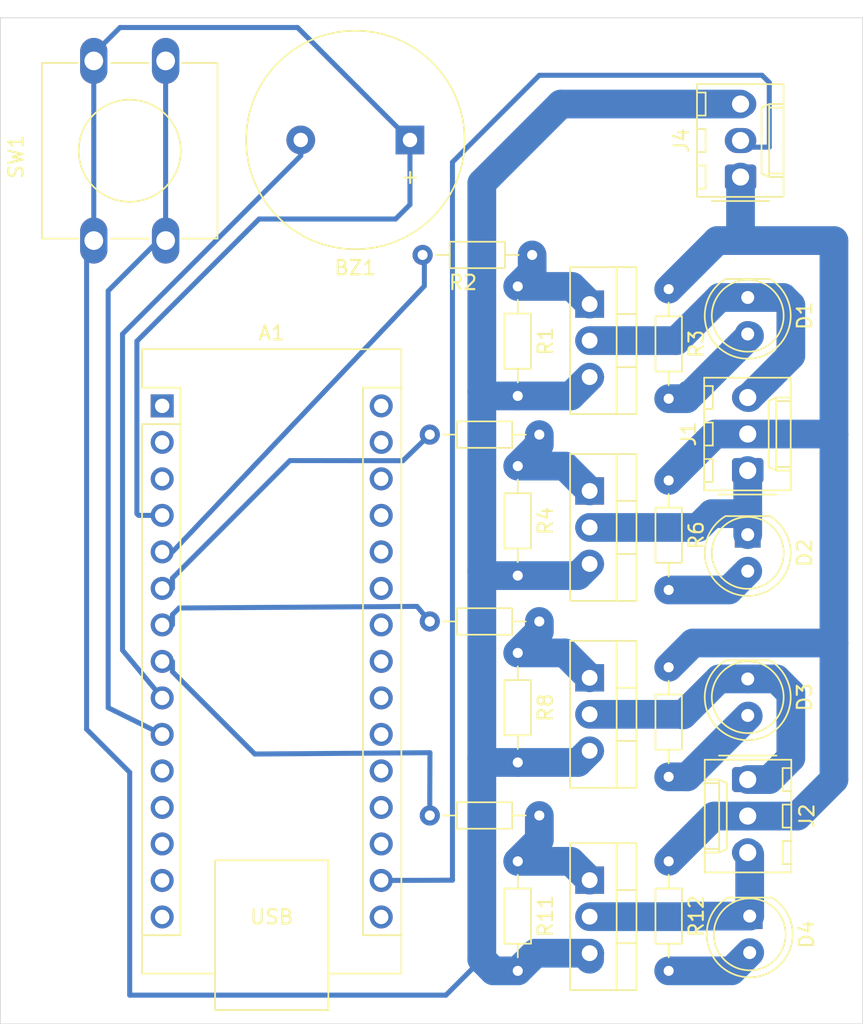
<source format=kicad_pcb>
(kicad_pcb (version 20241229) (generator "pcbnew") (generator_version "9.0")
  (layers (0 "F.Cu" signal) (2 "B.Cu" signal) (13 "F.Paste" user) (15 "B.Paste" user) (5 "F.SilkS" user "F.Silkscreen") (7 "B.SilkS" user "B.Silkscreen") (1 "F.Mask" user) (3 "B.Mask" user) (25 "Edge.Cuts" user))
  (net 0 "")
  (net 4 "Net-(A1-D7)")
  (net 7 "Net-(A1-D3)")
  (net 10 "/GND")
  (net 13 "/+3.3V")
  (net 16 "Net-(A1-D4)")
  (net 22 "Net-(A1-D2)")
  (net 27 "Net-(A1-D6)")
  (net 28 "Net-(A1-D5)")
  (net 30 "Net-(D1-K)")
  (net 31 "Net-(D1-A)")
  (net 32 "Net-(D2-A)")
  (net 33 "Net-(D2-K)")
  (net 34 "Net-(D3-A)")
  (net 35 "Net-(D3-K)")
  (net 36 "Net-(D4-K)")
  (net 37 "Net-(D4-A)")
  (net 38 "/+48V")
  (net 39 "Net-(Q1-G)")
  (net 40 "Net-(Q2-G)")
  (net 41 "Net-(Q3-G)")
  (net 42 "Net-(Q4-G)")
  (footprint "Package_TO_SOT_THT:TO-220-3_Vertical" (layer "F.Cu") (at 155.5 128.42 -90)
    (property "Reference" "Q3" (hide yes))
    (property "Value" "IRLZ34N")
    (fp_line (start -2.57 1.36) (end -2.57 -3.26) (stroke (width 0.12)) (layer "F.SilkS"))
    (fp_line (start 7.65 1.36) (end -2.57 1.36) (stroke (width 0.12)) (layer "F.SilkS"))
    (fp_line (start -2.57 -1.88) (end 7.65 -1.88) (stroke (width 0.12)) (layer "F.SilkS"))
    (fp_line (start -2.57 -3.26) (end 7.65 -3.26) (stroke (width 0.12)) (layer "F.SilkS"))
    (fp_line (start 0.69 -3.26) (end 0.69 -1.88) (stroke (width 0.12)) (layer "F.SilkS"))
    (fp_line (start 4.39 -3.26) (end 4.39 -1.88) (stroke (width 0.12)) (layer "F.SilkS"))
    (fp_line (start 7.65 -3.26) (end 7.65 1.36) (stroke (width 0.12)) (layer "F.SilkS"))
    (pad "1" thru_hole rect (at 0 0 270) (size 1.905 2) (drill 1.1) (layers "*.Cu" "*.Mask") (net 41 "Net-(Q3-G)"))
    (pad "2" thru_hole oval (at 2.54 0 270) (size 1.905 2) (drill 1.1) (layers "*.Cu" "*.Mask") (net 35 "Net-(D3-K)"))
    (pad "3" thru_hole oval (at 5.08 0 270) (size 1.905 2) (drill 1.1) (layers "*.Cu" "*.Mask") (net 10 "/GND"))
  )
  (footprint "Resistor_THT:R_Axial_DIN0204_L3.6mm_D1.6mm_P7.62mm_Horizontal" (layer "F.Cu") (at 150.5 101.19 -90)
    (property "Reference" "R1" (at 3.81 -1.92 90) (layer "F.SilkS"))
    (property "Value" "10K")
    (fp_line (start 0.94 0) (end 1.89 0) (stroke (width 0.12)) (layer "F.SilkS"))
    (fp_line (start 6.68 0) (end 5.73 0) (stroke (width 0.12)) (layer "F.SilkS"))
    (fp_rect (start 1.89 -0.92) (end 5.73 0.92) (stroke (width 0.12)) (fill no) (layer "F.SilkS"))
    (pad "1" thru_hole circle (at 0 0 270) (size 1.4 1.4) (drill 0.7) (layers "*.Cu" "*.Mask") (net 39 "Net-(Q1-G)"))
    (pad "2" thru_hole circle (at 7.62 0 270) (size 1.4 1.4) (drill 0.7) (layers "*.Cu" "*.Mask") (net 10 "/GND"))
  )
  (footprint "Module:Arduino_Nano" (layer "F.Cu") (at 125.76 109.5)
    (property "Reference" "A1" (at 7.62 -5.08 0) (layer "F.SilkS"))
    (property "Value" "Arduino_Nano_v3.x")
    (fp_line (start -1.4 -3.94) (end -1.4 -1.27) (stroke (width 0.12)) (layer "F.SilkS"))
    (fp_line (start -1.4 1.27) (end -1.4 39.5) (stroke (width 0.12)) (layer "F.SilkS"))
    (fp_line (start -1.4 39.5) (end 3.68 39.5) (stroke (width 0.12)) (layer "F.SilkS"))
    (fp_line (start 1.27 -1.27) (end -1.4 -1.27) (stroke (width 0.12)) (layer "F.SilkS"))
    (fp_line (start 1.27 1.27) (end -1.4 1.27) (stroke (width 0.12)) (layer "F.SilkS"))
    (fp_line (start 1.27 1.27) (end 1.27 -1.27) (stroke (width 0.12)) (layer "F.SilkS"))
    (fp_line (start 1.27 1.27) (end 1.27 36.83) (stroke (width 0.12)) (layer "F.SilkS"))
    (fp_line (start 1.27 36.83) (end -1.4 36.83) (stroke (width 0.12)) (layer "F.SilkS"))
    (fp_line (start 3.68 31.62) (end 11.56 31.62) (stroke (width 0.12)) (layer "F.SilkS"))
    (fp_line (start 3.68 42.04) (end 3.68 31.62) (stroke (width 0.12)) (layer "F.SilkS"))
    (fp_line (start 11.56 31.62) (end 11.56 42.04) (stroke (width 0.12)) (layer "F.SilkS"))
    (fp_line (start 11.56 42.04) (end 3.68 42.04) (stroke (width 0.12)) (layer "F.SilkS"))
    (fp_line (start 13.97 -1.27) (end 13.97 36.83) (stroke (width 0.12)) (layer "F.SilkS"))
    (fp_line (start 13.97 -1.27) (end 16.64 -1.27) (stroke (width 0.12)) (layer "F.SilkS"))
    (fp_line (start 13.97 36.83) (end 16.64 36.83) (stroke (width 0.12)) (layer "F.SilkS"))
    (fp_line (start 16.64 -3.94) (end -1.4 -3.94) (stroke (width 0.12)) (layer "F.SilkS"))
    (fp_line (start 16.64 39.5) (end 11.56 39.5) (stroke (width 0.12)) (layer "F.SilkS"))
    (fp_line (start 16.64 39.5) (end 16.64 -3.94) (stroke (width 0.12)) (layer "F.SilkS"))
    (fp_text user "USB" (at 7.62 35.56 0) (layer "F.SilkS"))
    (pad "1" thru_hole rect (at 0 0) (size 1.6 1.6) (drill 1) (layers "*.Cu" "*.Mask"))
    (pad "2" thru_hole oval (at 0 2.54) (size 1.6 1.6) (drill 1) (layers "*.Cu" "*.Mask"))
    (pad "3" thru_hole oval (at 0 5.08) (size 1.6 1.6) (drill 1) (layers "*.Cu" "*.Mask"))
    (pad "4" thru_hole oval (at 0 7.62) (size 1.6 1.6) (drill 1) (layers "*.Cu" "*.Mask") (net 10 "/GND"))
    (pad "5" thru_hole oval (at 0 10.16) (size 1.6 1.6) (drill 1) (layers "*.Cu" "*.Mask") (net 22 "Net-(A1-D2)"))
    (pad "6" thru_hole oval (at 0 12.7) (size 1.6 1.6) (drill 1) (layers "*.Cu" "*.Mask") (net 7 "Net-(A1-D3)"))
    (pad "7" thru_hole oval (at 0 15.24) (size 1.6 1.6) (drill 1) (layers "*.Cu" "*.Mask") (net 16 "Net-(A1-D4)"))
    (pad "8" thru_hole oval (at 0 17.78) (size 1.6 1.6) (drill 1) (layers "*.Cu" "*.Mask") (net 28 "Net-(A1-D5)"))
    (pad "9" thru_hole oval (at 0 20.32) (size 1.6 1.6) (drill 1) (layers "*.Cu" "*.Mask") (net 27 "Net-(A1-D6)"))
    (pad "10" thru_hole oval (at 0 22.86) (size 1.6 1.6) (drill 1) (layers "*.Cu" "*.Mask") (net 4 "Net-(A1-D7)"))
    (pad "11" thru_hole oval (at 0 25.4) (size 1.6 1.6) (drill 1) (layers "*.Cu" "*.Mask"))
    (pad "12" thru_hole oval (at 0 27.94) (size 1.6 1.6) (drill 1) (layers "*.Cu" "*.Mask"))
    (pad "13" thru_hole oval (at 0 30.48) (size 1.6 1.6) (drill 1) (layers "*.Cu" "*.Mask"))
    (pad "14" thru_hole oval (at 0 33.02) (size 1.6 1.6) (drill 1) (layers "*.Cu" "*.Mask"))
    (pad "15" thru_hole oval (at 0 35.56) (size 1.6 1.6) (drill 1) (layers "*.Cu" "*.Mask"))
    (pad "16" thru_hole oval (at 15.24 35.56) (size 1.6 1.6) (drill 1) (layers "*.Cu" "*.Mask"))
    (pad "17" thru_hole oval (at 15.24 33.02) (size 1.6 1.6) (drill 1) (layers "*.Cu" "*.Mask") (net 13 "/+3.3V"))
    (pad "18" thru_hole oval (at 15.24 30.48) (size 1.6 1.6) (drill 1) (layers "*.Cu" "*.Mask"))
    (pad "19" thru_hole oval (at 15.24 27.94) (size 1.6 1.6) (drill 1) (layers "*.Cu" "*.Mask"))
    (pad "20" thru_hole oval (at 15.24 25.4) (size 1.6 1.6) (drill 1) (layers "*.Cu" "*.Mask"))
    (pad "21" thru_hole oval (at 15.24 22.86) (size 1.6 1.6) (drill 1) (layers "*.Cu" "*.Mask"))
    (pad "22" thru_hole oval (at 15.24 20.32) (size 1.6 1.6) (drill 1) (layers "*.Cu" "*.Mask"))
    (pad "23" thru_hole oval (at 15.24 17.78) (size 1.6 1.6) (drill 1) (layers "*.Cu" "*.Mask"))
    (pad "24" thru_hole oval (at 15.24 15.24) (size 1.6 1.6) (drill 1) (layers "*.Cu" "*.Mask"))
    (pad "25" thru_hole oval (at 15.24 12.7) (size 1.6 1.6) (drill 1) (layers "*.Cu" "*.Mask"))
    (pad "26" thru_hole oval (at 15.24 10.16) (size 1.6 1.6) (drill 1) (layers "*.Cu" "*.Mask"))
    (pad "27" thru_hole oval (at 15.24 7.62) (size 1.6 1.6) (drill 1) (layers "*.Cu" "*.Mask"))
    (pad "28" thru_hole oval (at 15.24 5.08) (size 1.6 1.6) (drill 1) (layers "*.Cu" "*.Mask"))
    (pad "29" thru_hole oval (at 15.24 2.54) (size 1.6 1.6) (drill 1) (layers "*.Cu" "*.Mask"))
    (pad "30" thru_hole oval (at 15.24 0) (size 1.6 1.6) (drill 1) (layers "*.Cu" "*.Mask"))
  )
  (footprint "Resistor_THT:R_Axial_DIN0204_L3.6mm_D1.6mm_P7.62mm_Horizontal" (layer "F.Cu") (at 150.5 141.19 -90)
    (property "Reference" "R11" (at 3.81 -1.92 90) (layer "F.SilkS"))
    (property "Value" "10K")
    (fp_line (start 0.94 0) (end 1.89 0) (stroke (width 0.12)) (layer "F.SilkS"))
    (fp_line (start 6.68 0) (end 5.73 0) (stroke (width 0.12)) (layer "F.SilkS"))
    (fp_rect (start 1.89 -0.92) (end 5.73 0.92) (stroke (width 0.12)) (fill no) (layer "F.SilkS"))
    (pad "1" thru_hole circle (at 0 0 270) (size 1.4 1.4) (drill 0.7) (layers "*.Cu" "*.Mask") (net 42 "Net-(Q4-G)"))
    (pad "2" thru_hole circle (at 7.62 0 270) (size 1.4 1.4) (drill 0.7) (layers "*.Cu" "*.Mask") (net 10 "/GND"))
  )
  (footprint "Resistor_THT:R_Axial_DIN0204_L3.6mm_D1.6mm_P7.62mm_Horizontal" (layer "F.Cu") (at 161 101.38 -90)
    (property "Reference" "R3" (at 3.81 -1.92 90) (layer "F.SilkS"))
    (property "Value" "10K" (hide yes))
    (fp_line (start 0.94 0) (end 1.89 0) (stroke (width 0.12)) (layer "F.SilkS"))
    (fp_line (start 6.68 0) (end 5.73 0) (stroke (width 0.12)) (layer "F.SilkS"))
    (fp_rect (start 1.89 -0.92) (end 5.73 0.92) (stroke (width 0.12)) (fill no) (layer "F.SilkS"))
    (pad "1" thru_hole circle (at 0 0 270) (size 1.4 1.4) (drill 0.7) (layers "*.Cu" "*.Mask") (net 38 "/+48V"))
    (pad "2" thru_hole circle (at 7.62 0 270) (size 1.4 1.4) (drill 0.7) (layers "*.Cu" "*.Mask") (net 31 "Net-(D1-A)"))
  )
  (footprint "Package_TO_SOT_THT:TO-220-3_Vertical" (layer "F.Cu") (at 155.5 142.5 -90)
    (property "Reference" "Q4" (hide yes))
    (property "Value" "IRLZ34N")
    (fp_line (start -2.57 1.36) (end -2.57 -3.26) (stroke (width 0.12)) (layer "F.SilkS"))
    (fp_line (start 7.65 1.36) (end -2.57 1.36) (stroke (width 0.12)) (layer "F.SilkS"))
    (fp_line (start -2.57 -1.88) (end 7.65 -1.88) (stroke (width 0.12)) (layer "F.SilkS"))
    (fp_line (start -2.57 -3.26) (end 7.65 -3.26) (stroke (width 0.12)) (layer "F.SilkS"))
    (fp_line (start 0.69 -3.26) (end 0.69 -1.88) (stroke (width 0.12)) (layer "F.SilkS"))
    (fp_line (start 4.39 -3.26) (end 4.39 -1.88) (stroke (width 0.12)) (layer "F.SilkS"))
    (fp_line (start 7.65 -3.26) (end 7.65 1.36) (stroke (width 0.12)) (layer "F.SilkS"))
    (pad "1" thru_hole rect (at 0 0 270) (size 1.905 2) (drill 1.1) (layers "*.Cu" "*.Mask") (net 42 "Net-(Q4-G)"))
    (pad "2" thru_hole oval (at 2.54 0 270) (size 1.905 2) (drill 1.1) (layers "*.Cu" "*.Mask") (net 36 "Net-(D4-K)"))
    (pad "3" thru_hole oval (at 5.08 0 270) (size 1.905 2) (drill 1.1) (layers "*.Cu" "*.Mask") (net 10 "/GND"))
  )
  (footprint "LED_THT:LED_D5.0mm" (layer "F.Cu") (at 166.5 101.96 -90)
    (property "Reference" "D1" (at 1.27 -3.96 90) (layer "F.SilkS"))
    (property "Value" "LED")
    (fp_line (start -1.29 -1.545) (end -1.29 1.545) (stroke (width 0.12)) (layer "F.SilkS"))
    (fp_arc (start 4.26 0) (mid 2.071779 2.880495) (end -1.29 1.54483) (stroke (width 0.12)) (layer "F.SilkS"))
    (fp_arc (start -1.29 -1.54483) (mid 2.071779 -2.880495) (end 4.26 0) (stroke (width 0.12)) (layer "F.SilkS"))
    (fp_circle (center 1.27 0) (end 3.77 0) (stroke (width 0.12)) (fill no) (layer "F.SilkS"))
    (pad "1" thru_hole rect (at 0 0 270) (size 1.8 1.8) (drill 0.9) (layers "*.Cu" "*.Mask") (net 30 "Net-(D1-K)"))
    (pad "2" thru_hole circle (at 2.54 0 270) (size 1.8 1.8) (drill 0.9) (layers "*.Cu" "*.Mask") (net 31 "Net-(D1-A)"))
  )
  (footprint "LED_THT:LED_D5.0mm" (layer "F.Cu") (at 166.5 118.46 -90)
    (property "Reference" "D2" (at 1.27 -3.96 90) (layer "F.SilkS"))
    (property "Value" "LED")
    (fp_line (start -1.29 -1.545) (end -1.29 1.545) (stroke (width 0.12)) (layer "F.SilkS"))
    (fp_arc (start 4.26 0) (mid 2.071779 2.880495) (end -1.29 1.54483) (stroke (width 0.12)) (layer "F.SilkS"))
    (fp_arc (start -1.29 -1.54483) (mid 2.071779 -2.880495) (end 4.26 0) (stroke (width 0.12)) (layer "F.SilkS"))
    (fp_circle (center 1.27 0) (end 3.77 0) (stroke (width 0.12)) (fill no) (layer "F.SilkS"))
    (pad "1" thru_hole rect (at 0 0 270) (size 1.8 1.8) (drill 0.9) (layers "*.Cu" "*.Mask") (net 33 "Net-(D2-K)"))
    (pad "2" thru_hole circle (at 2.54 0 270) (size 1.8 1.8) (drill 0.9) (layers "*.Cu" "*.Mask") (net 32 "Net-(D2-A)"))
  )
  (footprint "Resistor_THT:R_Axial_DIN0204_L3.6mm_D1.6mm_P7.62mm_Horizontal" (layer "F.Cu") (at 151.5 99 180)
    (property "Reference" "R2" (at 4.81 -1.92 0) (layer "F.SilkS"))
    (property "Value" "100ohm")
    (fp_line (start 6.68 0) (end 5.73 0) (stroke (width 0.12)) (layer "F.SilkS"))
    (fp_line (start 0.94 0) (end 1.89 0) (stroke (width 0.12)) (layer "F.SilkS"))
    (fp_rect (start 1.89 -0.92) (end 5.73 0.92) (stroke (width 0.12)) (fill no) (layer "F.SilkS"))
    (pad "1" thru_hole circle (at 0 0 180) (size 1.4 1.4) (drill 0.7) (layers "*.Cu" "*.Mask") (net 39 "Net-(Q1-G)"))
    (pad "2" thru_hole circle (at 7.62 0 180) (size 1.4 1.4) (drill 0.7) (layers "*.Cu" "*.Mask") (net 22 "Net-(A1-D2)"))
  )
  (footprint "Button_Switch_THT:SW_PUSH-12mm" (layer "F.Cu") (at 121 98 90)
    (property "Reference" "SW1" (at 5.83 -5.41 90) (layer "F.SilkS"))
    (property "Value" "SW_Push")
    (fp_line (start 12.36 -3.61) (end 12.36 -1.1) (stroke (width 0.12)) (layer "F.SilkS"))
    (fp_line (start 0.14 -3.61) (end 12.36 -3.61) (stroke (width 0.12)) (layer "F.SilkS"))
    (fp_line (start 0.14 -3.61) (end 0.14 -1.1) (stroke (width 0.12)) (layer "F.SilkS"))
    (fp_line (start 12.36 1.2) (end 12.36 3.8) (stroke (width 0.12)) (layer "F.SilkS"))
    (fp_line (start 0.14 1.2) (end 0.14 3.8) (stroke (width 0.12)) (layer "F.SilkS"))
    (fp_line (start 12.36 6.1) (end 12.36 8.61) (stroke (width 0.12)) (layer "F.SilkS"))
    (fp_line (start 0.14 6.1) (end 0.14 8.61) (stroke (width 0.12)) (layer "F.SilkS"))
    (fp_line (start 12.36 8.61) (end 0.14 8.61) (stroke (width 0.12)) (layer "F.SilkS"))
    (fp_circle (center 6.25 2.5) (end 9.8 2.5) (stroke (width 0.12)) (fill no) (layer "F.SilkS"))
    (pad "1" thru_hole oval (at 0 0 90) (size 3.2 1.9) (drill 1.3) (layers "*.Cu" "*.Mask") (net 10 "/GND"))
    (pad "1" thru_hole oval (at 12.5 0 90) (size 3.2 1.9) (drill 1.3) (layers "*.Cu" "*.Mask") (net 10 "/GND"))
    (pad "2" thru_hole oval (at 0 5 90) (size 3.2 1.9) (drill 1.3) (layers "*.Cu" "*.Mask") (net 4 "Net-(A1-D7)"))
    (pad "2" thru_hole oval (at 12.5 5 90) (size 3.2 1.9) (drill 1.3) (layers "*.Cu" "*.Mask") (net 4 "Net-(A1-D7)"))
  )
  (footprint "Resistor_THT:R_Axial_DIN0204_L3.6mm_D1.6mm_P7.62mm_Horizontal" (layer "F.Cu") (at 150.5 113.69 -90)
    (property "Reference" "R4" (at 3.81 -1.92 90) (layer "F.SilkS"))
    (property "Value" "10K")
    (fp_line (start 0.94 0) (end 1.89 0) (stroke (width 0.12)) (layer "F.SilkS"))
    (fp_line (start 6.68 0) (end 5.73 0) (stroke (width 0.12)) (layer "F.SilkS"))
    (fp_rect (start 1.89 -0.92) (end 5.73 0.92) (stroke (width 0.12)) (fill no) (layer "F.SilkS"))
    (pad "1" thru_hole circle (at 0 0 270) (size 1.4 1.4) (drill 0.7) (layers "*.Cu" "*.Mask") (net 40 "Net-(Q2-G)"))
    (pad "2" thru_hole circle (at 7.62 0 270) (size 1.4 1.4) (drill 0.7) (layers "*.Cu" "*.Mask") (net 10 "/GND"))
  )
  (footprint "Package_TO_SOT_THT:TO-220-3_Vertical" (layer "F.Cu") (at 155.5 115.42 -90)
    (property "Reference" "Q2" (hide yes))
    (property "Value" "IRLZ34N")
    (fp_line (start -2.57 1.36) (end -2.57 -3.26) (stroke (width 0.12)) (layer "F.SilkS"))
    (fp_line (start 7.65 1.36) (end -2.57 1.36) (stroke (width 0.12)) (layer "F.SilkS"))
    (fp_line (start -2.57 -1.88) (end 7.65 -1.88) (stroke (width 0.12)) (layer "F.SilkS"))
    (fp_line (start -2.57 -3.26) (end 7.65 -3.26) (stroke (width 0.12)) (layer "F.SilkS"))
    (fp_line (start 0.69 -3.26) (end 0.69 -1.88) (stroke (width 0.12)) (layer "F.SilkS"))
    (fp_line (start 4.39 -3.26) (end 4.39 -1.88) (stroke (width 0.12)) (layer "F.SilkS"))
    (fp_line (start 7.65 -3.26) (end 7.65 1.36) (stroke (width 0.12)) (layer "F.SilkS"))
    (pad "1" thru_hole rect (at 0 0 270) (size 1.905 2) (drill 1.1) (layers "*.Cu" "*.Mask") (net 40 "Net-(Q2-G)"))
    (pad "2" thru_hole oval (at 2.54 0 270) (size 1.905 2) (drill 1.1) (layers "*.Cu" "*.Mask") (net 33 "Net-(D2-K)"))
    (pad "3" thru_hole oval (at 5.08 0 270) (size 1.905 2) (drill 1.1) (layers "*.Cu" "*.Mask") (net 10 "/GND"))
  )
  (footprint "Resistor_THT:R_Axial_DIN0204_L3.6mm_D1.6mm_P7.62mm_Horizontal" (layer "F.Cu") (at 150.5 126.69 -90)
    (property "Reference" "R8" (at 3.81 -1.92 90) (layer "F.SilkS"))
    (property "Value" "10K")
    (fp_line (start 0.94 0) (end 1.89 0) (stroke (width 0.12)) (layer "F.SilkS"))
    (fp_line (start 6.68 0) (end 5.73 0) (stroke (width 0.12)) (layer "F.SilkS"))
    (fp_rect (start 1.89 -0.92) (end 5.73 0.92) (stroke (width 0.12)) (fill no) (layer "F.SilkS"))
    (pad "1" thru_hole circle (at 0 0 270) (size 1.4 1.4) (drill 0.7) (layers "*.Cu" "*.Mask") (net 41 "Net-(Q3-G)"))
    (pad "2" thru_hole circle (at 7.62 0 270) (size 1.4 1.4) (drill 0.7) (layers "*.Cu" "*.Mask") (net 10 "/GND"))
  )
  (footprint "Connector_Molex:Molex_KK-254_AE-6410-03A_1x03_P2.54mm_Vertical" (layer "F.Cu") (at 166.5 114 90)
    (property "Reference" "J1" (at 2.54 -4.12 90) (layer "F.SilkS"))
    (property "Value" "Conn_01x03")
    (fp_line (start 6.46 -3.03) (end -1.38 -3.03) (stroke (width 0.12)) (layer "F.SilkS"))
    (fp_line (start 4.28 -3.03) (end 4.28 -2.43) (stroke (width 0.12)) (layer "F.SilkS"))
    (fp_line (start 1.74 -3.03) (end 1.74 -2.43) (stroke (width 0.12)) (layer "F.SilkS"))
    (fp_line (start -0.8 -3.03) (end -0.8 -2.43) (stroke (width 0.12)) (layer "F.SilkS"))
    (fp_line (start -1.38 -3.03) (end -1.38 2.99) (stroke (width 0.12)) (layer "F.SilkS"))
    (fp_line (start 5.88 -2.43) (end 5.88 -3.03) (stroke (width 0.12)) (layer "F.SilkS"))
    (fp_line (start 4.28 -2.43) (end 5.88 -2.43) (stroke (width 0.12)) (layer "F.SilkS"))
    (fp_line (start 3.34 -2.43) (end 3.34 -3.03) (stroke (width 0.12)) (layer "F.SilkS"))
    (fp_line (start 1.74 -2.43) (end 3.34 -2.43) (stroke (width 0.12)) (layer "F.SilkS"))
    (fp_line (start 0.8 -2.43) (end 0.8 -3.03) (stroke (width 0.12)) (layer "F.SilkS"))
    (fp_line (start -0.8 -2.43) (end 0.8 -2.43) (stroke (width 0.12)) (layer "F.SilkS"))
    (fp_line (start -1.67 -2) (end -1.67 2) (stroke (width 0.12)) (layer "F.SilkS"))
    (fp_line (start 4.83 1.46) (end 5.08 1.99) (stroke (width 0.12)) (layer "F.SilkS"))
    (fp_line (start 0.25 1.46) (end 4.83 1.46) (stroke (width 0.12)) (layer "F.SilkS"))
    (fp_line (start 5.08 1.99) (end 5.08 2.99) (stroke (width 0.12)) (layer "F.SilkS"))
    (fp_line (start 0 1.99) (end 0.25 1.46) (stroke (width 0.12)) (layer "F.SilkS"))
    (fp_line (start 0 1.99) (end 5.08 1.99) (stroke (width 0.12)) (layer "F.SilkS"))
    (fp_line (start 6.46 2.99) (end 6.46 -3.03) (stroke (width 0.12)) (layer "F.SilkS"))
    (fp_line (start 4.83 2.99) (end 4.83 1.99) (stroke (width 0.12)) (layer "F.SilkS"))
    (fp_line (start 0.25 2.99) (end 0.25 1.99) (stroke (width 0.12)) (layer "F.SilkS"))
    (fp_line (start 0 2.99) (end 0 1.99) (stroke (width 0.12)) (layer "F.SilkS"))
    (fp_line (start -1.38 2.99) (end 6.46 2.99) (stroke (width 0.12)) (layer "F.SilkS"))
    (pad "1" thru_hole roundrect (at 0 0 90) (size 1.74 2.19) (drill 1.19) (layers "*.Cu" "*.Mask") (roundrect_rratio 0.143678) (net 33 "Net-(D2-K)"))
    (pad "2" thru_hole oval (at 2.54 0 90) (size 1.74 2.19) (drill 1.19) (layers "*.Cu" "*.Mask") (net 38 "/+48V"))
    (pad "3" thru_hole oval (at 5.08 0 90) (size 1.74 2.19) (drill 1.19) (layers "*.Cu" "*.Mask") (net 30 "Net-(D1-K)"))
  )
  (footprint "Resistor_THT:R_Axial_DIN0204_L3.6mm_D1.6mm_P7.62mm_Horizontal" (layer "F.Cu") (at 152 138 180)
    (property "Reference" "R10" (hide yes))
    (property "Value" "100ohm")
    (fp_line (start 6.68 0) (end 5.73 0) (stroke (width 0.12)) (layer "F.SilkS"))
    (fp_line (start 0.94 0) (end 1.89 0) (stroke (width 0.12)) (layer "F.SilkS"))
    (fp_rect (start 1.89 -0.92) (end 5.73 0.92) (stroke (width 0.12)) (fill no) (layer "F.SilkS"))
    (pad "1" thru_hole circle (at 0 0 180) (size 1.4 1.4) (drill 0.7) (layers "*.Cu" "*.Mask") (net 42 "Net-(Q4-G)"))
    (pad "2" thru_hole circle (at 7.62 0 180) (size 1.4 1.4) (drill 0.7) (layers "*.Cu" "*.Mask") (net 28 "Net-(A1-D5)"))
  )
  (footprint "Resistor_THT:R_Axial_DIN0204_L3.6mm_D1.6mm_P7.62mm_Horizontal" (layer "F.Cu") (at 161 127.69 -90)
    (property "Reference" "R9" (hide yes))
    (property "Value" "10K")
    (fp_line (start 0.94 0) (end 1.89 0) (stroke (width 0.12)) (layer "F.SilkS"))
    (fp_line (start 6.68 0) (end 5.73 0) (stroke (width 0.12)) (layer "F.SilkS"))
    (fp_rect (start 1.89 -0.92) (end 5.73 0.92) (stroke (width 0.12)) (fill no) (layer "F.SilkS"))
    (pad "1" thru_hole circle (at 0 0 270) (size 1.4 1.4) (drill 0.7) (layers "*.Cu" "*.Mask") (net 38 "/+48V"))
    (pad "2" thru_hole circle (at 7.62 0 270) (size 1.4 1.4) (drill 0.7) (layers "*.Cu" "*.Mask") (net 34 "Net-(D3-A)"))
  )
  (footprint "Resistor_THT:R_Axial_DIN0204_L3.6mm_D1.6mm_P7.62mm_Horizontal" (layer "F.Cu") (at 161 114.69 -90)
    (property "Reference" "R6" (at 3.81 -1.92 90) (layer "F.SilkS"))
    (property "Value" "10K")
    (fp_line (start 0.94 0) (end 1.89 0) (stroke (width 0.12)) (layer "F.SilkS"))
    (fp_line (start 6.68 0) (end 5.73 0) (stroke (width 0.12)) (layer "F.SilkS"))
    (fp_rect (start 1.89 -0.92) (end 5.73 0.92) (stroke (width 0.12)) (fill no) (layer "F.SilkS"))
    (pad "1" thru_hole circle (at 0 0 270) (size 1.4 1.4) (drill 0.7) (layers "*.Cu" "*.Mask") (net 38 "/+48V"))
    (pad "2" thru_hole circle (at 7.62 0 270) (size 1.4 1.4) (drill 0.7) (layers "*.Cu" "*.Mask") (net 32 "Net-(D2-A)"))
  )
  (footprint "Package_TO_SOT_THT:TO-220-3_Vertical" (layer "F.Cu") (at 155.5 102.42 -90)
    (property "Reference" "Q1" (hide yes))
    (property "Value" "IRLZ34N")
    (fp_line (start -2.57 1.36) (end -2.57 -3.26) (stroke (width 0.12)) (layer "F.SilkS"))
    (fp_line (start 7.65 1.36) (end -2.57 1.36) (stroke (width 0.12)) (layer "F.SilkS"))
    (fp_line (start -2.57 -1.88) (end 7.65 -1.88) (stroke (width 0.12)) (layer "F.SilkS"))
    (fp_line (start -2.57 -3.26) (end 7.65 -3.26) (stroke (width 0.12)) (layer "F.SilkS"))
    (fp_line (start 0.69 -3.26) (end 0.69 -1.88) (stroke (width 0.12)) (layer "F.SilkS"))
    (fp_line (start 4.39 -3.26) (end 4.39 -1.88) (stroke (width 0.12)) (layer "F.SilkS"))
    (fp_line (start 7.65 -3.26) (end 7.65 1.36) (stroke (width 0.12)) (layer "F.SilkS"))
    (pad "1" thru_hole rect (at 0 0 270) (size 1.905 2) (drill 1.1) (layers "*.Cu" "*.Mask") (net 39 "Net-(Q1-G)"))
    (pad "2" thru_hole oval (at 2.54 0 270) (size 1.905 2) (drill 1.1) (layers "*.Cu" "*.Mask") (net 30 "Net-(D1-K)"))
    (pad "3" thru_hole oval (at 5.08 0 270) (size 1.905 2) (drill 1.1) (layers "*.Cu" "*.Mask") (net 10 "/GND"))
  )
  (footprint "Connector_Molex:Molex_KK-254_AE-6410-03A_1x03_P2.54mm_Vertical" (layer "F.Cu") (at 166 93.58 90)
    (property "Reference" "J4" (at 2.54 -4.12 90) (layer "F.SilkS"))
    (property "Value" "Conn_01x03")
    (fp_line (start 6.46 -3.03) (end -1.38 -3.03) (stroke (width 0.12)) (layer "F.SilkS"))
    (fp_line (start 4.28 -3.03) (end 4.28 -2.43) (stroke (width 0.12)) (layer "F.SilkS"))
    (fp_line (start 1.74 -3.03) (end 1.74 -2.43) (stroke (width 0.12)) (layer "F.SilkS"))
    (fp_line (start -0.8 -3.03) (end -0.8 -2.43) (stroke (width 0.12)) (layer "F.SilkS"))
    (fp_line (start -1.38 -3.03) (end -1.38 2.99) (stroke (width 0.12)) (layer "F.SilkS"))
    (fp_line (start 5.88 -2.43) (end 5.88 -3.03) (stroke (width 0.12)) (layer "F.SilkS"))
    (fp_line (start 4.28 -2.43) (end 5.88 -2.43) (stroke (width 0.12)) (layer "F.SilkS"))
    (fp_line (start 3.34 -2.43) (end 3.34 -3.03) (stroke (width 0.12)) (layer "F.SilkS"))
    (fp_line (start 1.74 -2.43) (end 3.34 -2.43) (stroke (width 0.12)) (layer "F.SilkS"))
    (fp_line (start 0.8 -2.43) (end 0.8 -3.03) (stroke (width 0.12)) (layer "F.SilkS"))
    (fp_line (start -0.8 -2.43) (end 0.8 -2.43) (stroke (width 0.12)) (layer "F.SilkS"))
    (fp_line (start -1.67 -2) (end -1.67 2) (stroke (width 0.12)) (layer "F.SilkS"))
    (fp_line (start 4.83 1.46) (end 5.08 1.99) (stroke (width 0.12)) (layer "F.SilkS"))
    (fp_line (start 0.25 1.46) (end 4.83 1.46) (stroke (width 0.12)) (layer "F.SilkS"))
    (fp_line (start 5.08 1.99) (end 5.08 2.99) (stroke (width 0.12)) (layer "F.SilkS"))
    (fp_line (start 0 1.99) (end 0.25 1.46) (stroke (width 0.12)) (layer "F.SilkS"))
    (fp_line (start 0 1.99) (end 5.08 1.99) (stroke (width 0.12)) (layer "F.SilkS"))
    (fp_line (start 6.46 2.99) (end 6.46 -3.03) (stroke (width 0.12)) (layer "F.SilkS"))
    (fp_line (start 4.83 2.99) (end 4.83 1.99) (stroke (width 0.12)) (layer "F.SilkS"))
    (fp_line (start 0.25 2.99) (end 0.25 1.99) (stroke (width 0.12)) (layer "F.SilkS"))
    (fp_line (start 0 2.99) (end 0 1.99) (stroke (width 0.12)) (layer "F.SilkS"))
    (fp_line (start -1.38 2.99) (end 6.46 2.99) (stroke (width 0.12)) (layer "F.SilkS"))
    (pad "1" thru_hole roundrect (at 0 0 90) (size 1.74 2.19) (drill 1.19) (layers "*.Cu" "*.Mask") (roundrect_rratio 0.143678) (net 38 "/+48V"))
    (pad "2" thru_hole oval (at 2.54 0 90) (size 1.74 2.19) (drill 1.19) (layers "*.Cu" "*.Mask") (net 13 "/+3.3V"))
    (pad "3" thru_hole oval (at 5.08 0 90) (size 1.74 2.19) (drill 1.19) (layers "*.Cu" "*.Mask") (net 10 "/GND"))
  )
  (footprint "LED_THT:LED_D5.0mm" (layer "F.Cu") (at 166.637186 145 -90)
    (property "Reference" "D4" (at 1.27 -3.96 90) (layer "F.SilkS"))
    (property "Value" "LED")
    (fp_line (start -1.29 -1.545) (end -1.29 1.545) (stroke (width 0.12)) (layer "F.SilkS"))
    (fp_arc (start 4.26 0) (mid 2.071779 2.880495) (end -1.29 1.54483) (stroke (width 0.12)) (layer "F.SilkS"))
    (fp_arc (start -1.29 -1.54483) (mid 2.071779 -2.880495) (end 4.26 0) (stroke (width 0.12)) (layer "F.SilkS"))
    (fp_circle (center 1.27 0) (end 3.77 0) (stroke (width 0.12)) (fill no) (layer "F.SilkS"))
    (pad "1" thru_hole rect (at 0 0 270) (size 1.8 1.8) (drill 0.9) (layers "*.Cu" "*.Mask") (net 36 "Net-(D4-K)"))
    (pad "2" thru_hole circle (at 2.54 0 270) (size 1.8 1.8) (drill 0.9) (layers "*.Cu" "*.Mask") (net 37 "Net-(D4-A)"))
  )
  (footprint "Buzzer_Beeper:Buzzer_15x7.5RM7.6" (layer "F.Cu") (at 143 91 180)
    (property "Reference" "BZ1" (at 3.81 -8.89 0) (layer "F.SilkS"))
    (property "Value" "Buzzer")
    (fp_circle (center 3.8 0) (end 11.4 0) (stroke (width 0.12)) (fill no) (layer "F.SilkS"))
    (fp_text user "+" (at -0.01 -2.54 0) (layer "F.SilkS"))
    (pad "1" thru_hole rect (at 0 0 180) (size 2 2) (drill 1) (layers "*.Cu" "*.Mask") (net 10 "/GND"))
    (pad "2" thru_hole circle (at 7.6 0 180) (size 2 2) (drill 1) (layers "*.Cu" "*.Mask") (net 27 "Net-(A1-D6)"))
  )
  (footprint "Resistor_THT:R_Axial_DIN0204_L3.6mm_D1.6mm_P7.62mm_Horizontal" (layer "F.Cu") (at 161 141.19 -90)
    (property "Reference" "R12" (at 3.81 -1.92 90) (layer "F.SilkS"))
    (property "Value" "10K")
    (fp_line (start 0.94 0) (end 1.89 0) (stroke (width 0.12)) (layer "F.SilkS"))
    (fp_line (start 6.68 0) (end 5.73 0) (stroke (width 0.12)) (layer "F.SilkS"))
    (fp_rect (start 1.89 -0.92) (end 5.73 0.92) (stroke (width 0.12)) (fill no) (layer "F.SilkS"))
    (pad "1" thru_hole circle (at 0 0 270) (size 1.4 1.4) (drill 0.7) (layers "*.Cu" "*.Mask") (net 38 "/+48V"))
    (pad "2" thru_hole circle (at 7.62 0 270) (size 1.4 1.4) (drill 0.7) (layers "*.Cu" "*.Mask") (net 37 "Net-(D4-A)"))
  )
  (footprint "Resistor_THT:R_Axial_DIN0204_L3.6mm_D1.6mm_P7.62mm_Horizontal" (layer "F.Cu") (at 152 111.5 180)
    (property "Reference" "R5" (hide yes))
    (property "Value" "100ohm")
    (fp_line (start 6.68 0) (end 5.73 0) (stroke (width 0.12)) (layer "F.SilkS"))
    (fp_line (start 0.94 0) (end 1.89 0) (stroke (width 0.12)) (layer "F.SilkS"))
    (fp_rect (start 1.89 -0.92) (end 5.73 0.92) (stroke (width 0.12)) (fill no) (layer "F.SilkS"))
    (pad "1" thru_hole circle (at 0 0 180) (size 1.4 1.4) (drill 0.7) (layers "*.Cu" "*.Mask") (net 40 "Net-(Q2-G)"))
    (pad "2" thru_hole circle (at 7.62 0 180) (size 1.4 1.4) (drill 0.7) (layers "*.Cu" "*.Mask") (net 7 "Net-(A1-D3)"))
  )
  (footprint "LED_THT:LED_D5.0mm" (layer "F.Cu") (at 166.5 128.5 -90)
    (property "Reference" "D3" (at 1.27 -3.96 90) (layer "F.SilkS"))
    (property "Value" "LED")
    (fp_line (start -1.29 -1.545) (end -1.29 1.545) (stroke (width 0.12)) (layer "F.SilkS"))
    (fp_arc (start 4.26 0) (mid 2.071779 2.880495) (end -1.29 1.54483) (stroke (width 0.12)) (layer "F.SilkS"))
    (fp_arc (start -1.29 -1.54483) (mid 2.071779 -2.880495) (end 4.26 0) (stroke (width 0.12)) (layer "F.SilkS"))
    (fp_circle (center 1.27 0) (end 3.77 0) (stroke (width 0.12)) (fill no) (layer "F.SilkS"))
    (pad "1" thru_hole rect (at 0 0 270) (size 1.8 1.8) (drill 0.9) (layers "*.Cu" "*.Mask") (net 35 "Net-(D3-K)"))
    (pad "2" thru_hole circle (at 2.54 0 270) (size 1.8 1.8) (drill 0.9) (layers "*.Cu" "*.Mask") (net 34 "Net-(D3-A)"))
  )
  (footprint "Connector_Molex:Molex_KK-254_AE-6410-03A_1x03_P2.54mm_Vertical" (layer "F.Cu") (at 166.5 135.5 -90)
    (property "Reference" "J2" (at 2.54 -4.12 90) (layer "F.SilkS"))
    (property "Value" "Conn_01x03")
    (fp_line (start -1.38 2.99) (end 6.46 2.99) (stroke (width 0.12)) (layer "F.SilkS"))
    (fp_line (start 0 2.99) (end 0 1.99) (stroke (width 0.12)) (layer "F.SilkS"))
    (fp_line (start 0.25 2.99) (end 0.25 1.99) (stroke (width 0.12)) (layer "F.SilkS"))
    (fp_line (start 4.83 2.99) (end 4.83 1.99) (stroke (width 0.12)) (layer "F.SilkS"))
    (fp_line (start 6.46 2.99) (end 6.46 -3.03) (stroke (width 0.12)) (layer "F.SilkS"))
    (fp_line (start 0 1.99) (end 5.08 1.99) (stroke (width 0.12)) (layer "F.SilkS"))
    (fp_line (start 0 1.99) (end 0.25 1.46) (stroke (width 0.12)) (layer "F.SilkS"))
    (fp_line (start 5.08 1.99) (end 5.08 2.99) (stroke (width 0.12)) (layer "F.SilkS"))
    (fp_line (start 0.25 1.46) (end 4.83 1.46) (stroke (width 0.12)) (layer "F.SilkS"))
    (fp_line (start 4.83 1.46) (end 5.08 1.99) (stroke (width 0.12)) (layer "F.SilkS"))
    (fp_line (start -1.67 -2) (end -1.67 2) (stroke (width 0.12)) (layer "F.SilkS"))
    (fp_line (start -0.8 -2.43) (end 0.8 -2.43) (stroke (width 0.12)) (layer "F.SilkS"))
    (fp_line (start 0.8 -2.43) (end 0.8 -3.03) (stroke (width 0.12)) (layer "F.SilkS"))
    (fp_line (start 1.74 -2.43) (end 3.34 -2.43) (stroke (width 0.12)) (layer "F.SilkS"))
    (fp_line (start 3.34 -2.43) (end 3.34 -3.03) (stroke (width 0.12)) (layer "F.SilkS"))
    (fp_line (start 4.28 -2.43) (end 5.88 -2.43) (stroke (width 0.12)) (layer "F.SilkS"))
    (fp_line (start 5.88 -2.43) (end 5.88 -3.03) (stroke (width 0.12)) (layer "F.SilkS"))
    (fp_line (start -1.38 -3.03) (end -1.38 2.99) (stroke (width 0.12)) (layer "F.SilkS"))
    (fp_line (start -0.8 -3.03) (end -0.8 -2.43) (stroke (width 0.12)) (layer "F.SilkS"))
    (fp_line (start 1.74 -3.03) (end 1.74 -2.43) (stroke (width 0.12)) (layer "F.SilkS"))
    (fp_line (start 4.28 -3.03) (end 4.28 -2.43) (stroke (width 0.12)) (layer "F.SilkS"))
    (fp_line (start 6.46 -3.03) (end -1.38 -3.03) (stroke (width 0.12)) (layer "F.SilkS"))
    (pad "1" thru_hole roundrect (at 0 0 270) (size 1.74 2.19) (drill 1.19) (layers "*.Cu" "*.Mask") (roundrect_rratio 0.143678) (net 35 "Net-(D3-K)"))
    (pad "2" thru_hole oval (at 2.54 0 270) (size 1.74 2.19) (drill 1.19) (layers "*.Cu" "*.Mask") (net 38 "/+48V"))
    (pad "3" thru_hole oval (at 5.08 0 270) (size 1.74 2.19) (drill 1.19) (layers "*.Cu" "*.Mask") (net 36 "Net-(D4-K)"))
  )
  (footprint "Resistor_THT:R_Axial_DIN0204_L3.6mm_D1.6mm_P7.62mm_Horizontal" (layer "F.Cu") (at 152 124.5 180)
    (property "Reference" "R7" (hide yes))
    (property "Value" "100ohm")
    (fp_line (start 6.68 0) (end 5.73 0) (stroke (width 0.12)) (layer "F.SilkS"))
    (fp_line (start 0.94 0) (end 1.89 0) (stroke (width 0.12)) (layer "F.SilkS"))
    (fp_rect (start 1.89 -0.92) (end 5.73 0.92) (stroke (width 0.12)) (fill no) (layer "F.SilkS"))
    (pad "1" thru_hole circle (at 0 0 180) (size 1.4 1.4) (drill 0.7) (layers "*.Cu" "*.Mask") (net 41 "Net-(Q3-G)"))
    (pad "2" thru_hole circle (at 7.62 0 180) (size 1.4 1.4) (drill 0.7) (layers "*.Cu" "*.Mask") (net 16 "Net-(A1-D4)"))
  )
  (gr_rect (start 114.5 82.5) (end 174.5 152.5) (stroke (width 0.05)) (fill no) (layer "Edge.Cuts"))
  (segment (start 126 85.5) (end 126 98) (width 0.35) (layer "B.Cu") (net 4))
  (segment (start 122 101.5) (end 125.5 98) (width 0.35) (layer "B.Cu") (net 4))
  (segment (start 125.5 98) (end 126 98) (width 0.35) (layer "B.Cu") (net 4))
  (segment (start 122 130.5) (end 122 101.5) (width 0.35) (layer "B.Cu") (net 4))
  (segment (start 125.76 132.36) (end 122 130.5) (width 0.35) (layer "B.Cu") (net 4))
  (segment (start 134.646008 113.306969) (end 126.476 121.484) (width 0.35) (layer "B.Cu") (net 7))
  (segment (start 142.511171 113.315806) (end 134.646008 113.306969) (width 0.35) (layer "B.Cu") (net 7))
  (segment (start 126.476 121.484) (end 126.476 122.2) (width 0.35) (layer "B.Cu") (net 7))
  (segment (start 144.38 111.5) (end 142.511171 113.315806) (width 0.35) (layer "B.Cu") (net 7))
  (segment (start 154.69 134.31) (end 155.5 133.5) (width 2) (layer "B.Cu") (net 10))
  (segment (start 145.5 150.5) (end 123.5 150.5) (width 0.35) (layer "B.Cu") (net 10))
  (segment (start 154.19 108.81) (end 150.5 108.81) (width 2) (layer "B.Cu") (net 10))
  (segment (start 121 85) (end 122.824 83.176) (width 0.35) (layer "B.Cu") (net 10))
  (segment (start 125.76 117.12) (end 124.12 117.12) (width 0.35) (layer "B.Cu") (net 10))
  (segment (start 121 85.5) (end 121 98) (width 0.35) (layer "B.Cu") (net 10))
  (segment (start 148 148) (end 145.5 150.5) (width 0.35) (layer "B.Cu") (net 10))
  (segment (start 122.824 83.176) (end 135.176 83.176) (width 0.35) (layer "B.Cu") (net 10))
  (segment (start 121 85.5) (end 121 85) (width 0.35) (layer "B.Cu") (net 10))
  (segment (start 153.5 88.5) (end 148 94) (width 2) (layer "B.Cu") (net 10))
  (segment (start 166 88.5) (end 153.5 88.5) (width 2) (layer "B.Cu") (net 10))
  (segment (start 120.5 98.5) (end 121 98) (width 0.35) (layer "B.Cu") (net 10))
  (segment (start 124 117) (end 124 105) (width 0.35) (layer "B.Cu") (net 10))
  (segment (start 148 148) (end 148 134) (width 2) (layer "B.Cu") (net 10))
  (segment (start 148.31 108.81) (end 148 108.5) (width 2) (layer "B.Cu") (net 10))
  (segment (start 150.5 121.31) (end 154.69 121.31) (width 2) (layer "B.Cu") (net 10))
  (segment (start 155.5 147.58) (end 151.73 147.58) (width 2) (layer "B.Cu") (net 10))
  (segment (start 148.31 121.31) (end 148 121) (width 2) (layer "B.Cu") (net 10))
  (segment (start 154.69 121.31) (end 155.5 120.5) (width 2) (layer "B.Cu") (net 10))
  (segment (start 132.5 96.5) (end 142 96.5) (width 0.35) (layer "B.Cu") (net 10))
  (segment (start 124 105) (end 132.5 96.5) (width 0.35) (layer "B.Cu") (net 10))
  (segment (start 150.5 121.31) (end 148.31 121.31) (width 2) (layer "B.Cu") (net 10))
  (segment (start 150.5 108.81) (end 148.31 108.81) (width 2) (layer "B.Cu") (net 10))
  (segment (start 142 96.5) (end 143 95.5) (width 0.35) (layer "B.Cu") (net 10))
  (segment (start 155.5 147.58) (end 155.5 148) (width 2) (layer "B.Cu") (net 10))
  (segment (start 150.5 134.31) (end 148.31 134.31) (width 2) (layer "B.Cu") (net 10))
  (segment (start 150.5 134.31) (end 154.69 134.31) (width 2) (layer "B.Cu") (net 10))
  (segment (start 123.5 150.5) (end 123.5 135) (width 0.35) (layer "B.Cu") (net 10))
  (segment (start 148 108.5) (end 148 121) (width 2) (layer "B.Cu") (net 10))
  (segment (start 120.5 132) (end 120.5 98.5) (width 0.35) (layer "B.Cu") (net 10))
  (segment (start 124.12 117.12) (end 124 117) (width 0.35) (layer "B.Cu") (net 10))
  (segment (start 155.5 107.5) (end 154.19 108.81) (width 2) (layer "B.Cu") (net 10))
  (segment (start 143 95.5) (end 143 91) (width 0.35) (layer "B.Cu") (net 10))
  (segment (start 148 134) (end 148 121) (width 2) (layer "B.Cu") (net 10))
  (segment (start 151.73 147.58) (end 150.5 148.81) (width 2) (layer "B.Cu") (net 10))
  (segment (start 123.5 135) (end 120.5 132) (width 0.35) (layer "B.Cu") (net 10))
  (segment (start 148.31 134.31) (end 148 134) (width 2) (layer "B.Cu") (net 10))
  (segment (start 148.81 148.81) (end 148 148) (width 2) (layer "B.Cu") (net 10))
  (segment (start 148 108.5) (end 148 94) (width 2) (layer "B.Cu") (net 10))
  (segment (start 135.176 83.176) (end 143 91) (width 0.35) (layer "B.Cu") (net 10))
  (segment (start 150.5 148.81) (end 148.81 148.81) (width 2) (layer "B.Cu") (net 10))
  (segment (start 168 87) (end 168 91.5) (width 0.35) (layer "B.Cu") (net 13))
  (segment (start 141 142.52) (end 141.381694 142.52) (width 0.35) (layer "B.Cu") (net 13))
  (segment (start 141.381694 142.52) (end 145.956 142.5) (width 0.35) (layer "B.Cu") (net 13))
  (segment (start 168 91.5) (end 166.46 91.5) (width 0.35) (layer "B.Cu") (net 13))
  (segment (start 167.5 86.5) (end 168 87) (width 0.35) (layer "B.Cu") (net 13))
  (segment (start 152 86.5) (end 167.5 86.5) (width 0.35) (layer "B.Cu") (net 13))
  (segment (start 166.46 91.5) (end 166 91.04) (width 0.35) (layer "B.Cu") (net 13))
  (segment (start 145.956 92.544) (end 152 86.5) (width 0.35) (layer "B.Cu") (net 13))
  (segment (start 145.956 142.5) (end 145.956 92.544) (width 0.35) (layer "B.Cu") (net 13))
  (segment (start 143.487647 123.452424) (end 126.936 123.564) (width 0.35) (layer "B.Cu") (net 16))
  (segment (start 144.38 124.5) (end 143.487647 123.452424) (width 0.35) (layer "B.Cu") (net 16))
  (segment (start 126.936 123.564) (end 126.476 124.024) (width 0.35) (layer "B.Cu") (net 16))
  (segment (start 126.476 124.024) (end 126.476 124.74) (width 0.35) (layer "B.Cu") (net 16))
  (segment (start 144 101.165402) (end 126.476 119.66) (width 0.35) (layer "B.Cu") (net 22))
  (segment (start 143.88 99) (end 144 99.12) (width 0.35) (layer "B.Cu") (net 22))
  (segment (start 144 99.12) (end 144 101.165402) (width 0.35) (layer "B.Cu") (net 22))
  (segment (start 135.4 92.1) (end 135.4 91) (width 0.35) (layer "B.Cu") (net 27))
  (segment (start 123 104.5) (end 135.4 92.1) (width 0.35) (layer "B.Cu") (net 27))
  (segment (start 123 126.5) (end 123 104.5) (width 0.35) (layer "B.Cu") (net 27))
  (segment (start 123 126.5) (end 125.76 129.82) (width 0.35) (layer "B.Cu") (net 27))
  (segment (start 132.204 133.724) (end 126.476 127.996) (width 0.35) (layer "B.Cu") (net 28))
  (segment (start 144.38 138) (end 144.38 136.616884) (width 0.35) (layer "B.Cu") (net 28))
  (segment (start 144.390044 133.631858) (end 132.204 133.724) (width 0.35) (layer "B.Cu") (net 28))
  (segment (start 126.476 127.996) (end 126.476 127.28) (width 0.35) (layer "B.Cu") (net 28))
  (segment (start 144.38 136.616884) (end 144.390044 133.631858) (width 0.35) (layer "B.Cu") (net 28))
  (segment (start 169.5 106) (end 166.58 108.92) (width 2) (layer "B.Cu") (net 30))
  (segment (start 166.5 101.96) (end 164.54 101.96) (width 2) (layer "B.Cu") (net 30))
  (segment (start 164.54 101.96) (end 161.54 104.96) (width 2) (layer "B.Cu") (net 30))
  (segment (start 168.96 101.96) (end 169.5 102.5) (width 2) (layer "B.Cu") (net 30))
  (segment (start 169.5 102.5) (end 169.5 106) (width 2) (layer "B.Cu") (net 30))
  (segment (start 166.58 108.92) (end 166.5 108.92) (width 2) (layer "B.Cu") (net 30))
  (segment (start 161.54 104.96) (end 155.5 104.96) (width 2) (layer "B.Cu") (net 30))
  (segment (start 166.5 101.96) (end 168.96 101.96) (width 2) (layer "B.Cu") (net 30))
  (segment (start 162.24987 109) (end 166.624935 104.624935) (width 2) (layer "B.Cu") (net 31))
  (segment (start 161 109) (end 162.24987 109) (width 2) (layer "B.Cu") (net 31))
  (segment (start 162 108) (end 161 109) (width 0.35) (layer "B.Cu") (net 31))
  (segment (start 165.19 122.31) (end 166.5 121) (width 2) (layer "B.Cu") (net 32))
  (segment (start 161 122.31) (end 165.19 122.31) (width 2) (layer "B.Cu") (net 32))
  (segment (start 166.5 114) (end 166.5 117) (width 2) (layer "B.Cu") (net 33))
  (segment (start 163.04 117.96) (end 155.5 117.96) (width 2) (layer "B.Cu") (net 33))
  (segment (start 164 117) (end 166.5 117) (width 2) (layer "B.Cu") (net 33))
  (segment (start 166.5 117) (end 166.5 118.46) (width 2) (layer "B.Cu") (net 33))
  (segment (start 163.04 117.96) (end 164 117) (width 2) (layer "B.Cu") (net 33))
  (segment (start 161 135.31) (end 162.302684 135.31) (width 2) (layer "B.Cu") (net 34))
  (segment (start 162.302684 135.31) (end 166.536342 131.076342) (width 2) (layer "B.Cu") (net 34))
  (segment (start 166.5 135.5) (end 168 135.5) (width 2) (layer "B.Cu") (net 35))
  (segment (start 168.5 128.5) (end 166.5 128.5) (width 2) (layer "B.Cu") (net 35))
  (segment (start 166.5 128.5) (end 164.5 128.5) (width 2) (layer "B.Cu") (net 35))
  (segment (start 168 135.5) (end 169.5 134) (width 2) (layer "B.Cu") (net 35))
  (segment (start 162 131) (end 161.96 130.96) (width 2) (layer "B.Cu") (net 35))
  (segment (start 164.5 128.5) (end 162 131) (width 2) (layer "B.Cu") (net 35))
  (segment (start 161.96 130.96) (end 155.5 130.96) (width 2) (layer "B.Cu") (net 35))
  (segment (start 169.5 134) (end 169.5 129.5) (width 2) (layer "B.Cu") (net 35))
  (segment (start 169.5 129.5) (end 168.5 128.5) (width 2) (layer "B.Cu") (net 35))
  (segment (start 162.637186 145.04) (end 155.5 145.04) (width 2) (layer "B.Cu") (net 36))
  (segment (start 166.637186 140.717186) (end 166.5 140.58) (width 2) (layer "B.Cu") (net 36))
  (segment (start 162.637186 145.04) (end 162.677186 145) (width 2) (layer "B.Cu") (net 36))
  (segment (start 166.637186 145) (end 166.637186 140.717186) (width 2) (layer "B.Cu") (net 36))
  (segment (start 162.677186 145) (end 166.637186 145) (width 2) (layer "B.Cu") (net 36))
  (segment (start 165.367186 148.81) (end 166.637186 147.54) (width 2) (layer "B.Cu") (net 37))
  (segment (start 161 148.81) (end 165.367186 148.81) (width 2) (layer "B.Cu") (net 37))
  (segment (start 172.5 135.5) (end 172.5 126) (width 2) (layer "B.Cu") (net 38))
  (segment (start 169.96 138.04) (end 172.5 135.5) (width 2) (layer "B.Cu") (net 38))
  (segment (start 172.5 126) (end 162.69 126) (width 2) (layer "B.Cu") (net 38))
  (segment (start 166.5 111.46) (end 172.46 111.46) (width 2) (layer "B.Cu") (net 38))
  (segment (start 164.38 98) (end 166 98) (width 2) (layer "B.Cu") (net 38))
  (segment (start 172.46 111.46) (end 172.5 111.5) (width 2) (layer "B.Cu") (net 38))
  (segment (start 161 114.69) (end 164.23 111.46) (width 2) (layer "B.Cu") (net 38))
  (segment (start 166 93.58) (end 166 98) (width 2) (layer "B.Cu") (net 38))
  (segment (start 166.5 138.04) (end 169.96 138.04) (width 2) (layer "B.Cu") (net 38))
  (segment (start 164.23 111.46) (end 166.5 111.46) (width 2) (layer "B.Cu") (net 38))
  (segment (start 166 98) (end 172.5 98) (width 2) (layer "B.Cu") (net 38))
  (segment (start 172.5 111.5) (end 172.5 98) (width 2) (layer "B.Cu") (net 38))
  (segment (start 162.69 126) (end 161 127.69) (width 2) (layer "B.Cu") (net 38))
  (segment (start 161 101.38) (end 164.38 98) (width 2) (layer "B.Cu") (net 38))
  (segment (start 172.5 126) (end 172.5 111.5) (width 2) (layer "B.Cu") (net 38))
  (segment (start 161 141.19) (end 164.15 138.04) (width 2) (layer "B.Cu") (net 38))
  (segment (start 164.15 138.04) (end 166.5 138.04) (width 2) (layer "B.Cu") (net 38))
  (segment (start 151.5 99) (end 151.5 100.19) (width 2) (layer "B.Cu") (net 39))
  (segment (start 150.5 101.19) (end 154.27 101.19) (width 2) (layer "B.Cu") (net 39))
  (segment (start 151.5 100.19) (end 150.5 101.19) (width 2) (layer "B.Cu") (net 39))
  (segment (start 154.27 101.19) (end 155.5 102.42) (width 2) (layer "B.Cu") (net 39))
  (segment (start 153.77 113.69) (end 155.5 115.42) (width 2) (layer "B.Cu") (net 40))
  (segment (start 150.5 113.69) (end 153.77 113.69) (width 2) (layer "B.Cu") (net 40))
  (segment (start 152.69 111.5) (end 152 111.5) (width 0.35) (layer "B.Cu") (net 40))
  (segment (start 152 112.19) (end 150.5 113.69) (width 2) (layer "B.Cu") (net 40))
  (segment (start 152 111.5) (end 152 112.19) (width 2) (layer "B.Cu") (net 40))
  (segment (start 152 125.19) (end 150.5 126.69) (width 2) (layer "B.Cu") (net 41))
  (segment (start 150.5 126.69) (end 153.77 126.69) (width 2) (layer "B.Cu") (net 41))
  (segment (start 152.69 124.5) (end 152 124.5) (width 0.35) (layer "B.Cu") (net 41))
  (segment (start 153.77 126.69) (end 155.5 128.42) (width 2) (layer "B.Cu") (net 41))
  (segment (start 152 124.5) (end 152 125.19) (width 2) (layer "B.Cu") (net 41))
  (segment (start 152 139.69) (end 150.5 141.19) (width 2) (layer "B.Cu") (net 42))
  (segment (start 152 138) (end 152 139.69) (width 2) (layer "B.Cu") (net 42))
  (segment (start 150.5 141.19) (end 154.19 141.19) (width 2) (layer "B.Cu") (net 42))
  (segment (start 154.19 141.19) (end 155.5 142.5) (width 2) (layer "B.Cu") (net 42))
)
</source>
